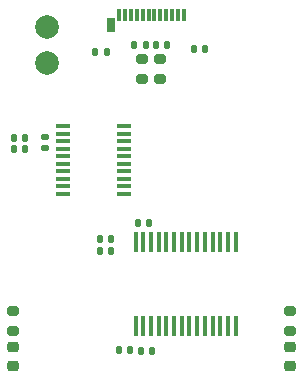
<source format=gbr>
%TF.GenerationSoftware,KiCad,Pcbnew,8.0.1*%
%TF.CreationDate,2024-04-01T09:21:36+11:00*%
%TF.ProjectId,DB9 RS232 Adapter,44423920-5253-4323-9332-204164617074,rev?*%
%TF.SameCoordinates,Original*%
%TF.FileFunction,Paste,Top*%
%TF.FilePolarity,Positive*%
%FSLAX46Y46*%
G04 Gerber Fmt 4.6, Leading zero omitted, Abs format (unit mm)*
G04 Created by KiCad (PCBNEW 8.0.1) date 2024-04-01 09:21:36*
%MOMM*%
%LPD*%
G01*
G04 APERTURE LIST*
G04 Aperture macros list*
%AMRoundRect*
0 Rectangle with rounded corners*
0 $1 Rounding radius*
0 $2 $3 $4 $5 $6 $7 $8 $9 X,Y pos of 4 corners*
0 Add a 4 corners polygon primitive as box body*
4,1,4,$2,$3,$4,$5,$6,$7,$8,$9,$2,$3,0*
0 Add four circle primitives for the rounded corners*
1,1,$1+$1,$2,$3*
1,1,$1+$1,$4,$5*
1,1,$1+$1,$6,$7*
1,1,$1+$1,$8,$9*
0 Add four rect primitives between the rounded corners*
20,1,$1+$1,$2,$3,$4,$5,0*
20,1,$1+$1,$4,$5,$6,$7,0*
20,1,$1+$1,$6,$7,$8,$9,0*
20,1,$1+$1,$8,$9,$2,$3,0*%
G04 Aperture macros list end*
%ADD10R,0.450000X1.800000*%
%ADD11RoundRect,0.218750X0.256250X-0.218750X0.256250X0.218750X-0.256250X0.218750X-0.256250X-0.218750X0*%
%ADD12RoundRect,0.140000X0.170000X-0.140000X0.170000X0.140000X-0.170000X0.140000X-0.170000X-0.140000X0*%
%ADD13RoundRect,0.140000X0.140000X0.170000X-0.140000X0.170000X-0.140000X-0.170000X0.140000X-0.170000X0*%
%ADD14RoundRect,0.200000X-0.275000X0.200000X-0.275000X-0.200000X0.275000X-0.200000X0.275000X0.200000X0*%
%ADD15C,2.000000*%
%ADD16RoundRect,0.140000X-0.140000X-0.170000X0.140000X-0.170000X0.140000X0.170000X-0.140000X0.170000X0*%
%ADD17RoundRect,0.200000X0.275000X-0.200000X0.275000X0.200000X-0.275000X0.200000X-0.275000X-0.200000X0*%
%ADD18RoundRect,0.135000X0.135000X0.185000X-0.135000X0.185000X-0.135000X-0.185000X0.135000X-0.185000X0*%
%ADD19R,0.300000X1.000000*%
%ADD20R,0.700000X1.150000*%
%ADD21R,1.200000X0.400000*%
G04 APERTURE END LIST*
D10*
%TO.C,IC1*%
X239755000Y-93450000D03*
X239105000Y-93450000D03*
X238455000Y-93450000D03*
X237805000Y-93450000D03*
X237155000Y-93450000D03*
X236505000Y-93450000D03*
X235855000Y-93450000D03*
X235205000Y-93450000D03*
X234555000Y-93450000D03*
X233905000Y-93450000D03*
X233255000Y-93450000D03*
X232605000Y-93450000D03*
X231955000Y-93450000D03*
X231305000Y-93450000D03*
X231305000Y-100550000D03*
X231955000Y-100550000D03*
X232605000Y-100550000D03*
X233255000Y-100550000D03*
X233905000Y-100550000D03*
X234555000Y-100550000D03*
X235205000Y-100550000D03*
X235855000Y-100550000D03*
X236505000Y-100550000D03*
X237155000Y-100550000D03*
X237805000Y-100550000D03*
X238455000Y-100550000D03*
X239105000Y-100550000D03*
X239755000Y-100550000D03*
%TD*%
D11*
%TO.C,D2*%
X220907500Y-103937500D03*
X220907500Y-102362500D03*
%TD*%
D12*
%TO.C,C6*%
X223610000Y-85520000D03*
X223610000Y-84560000D03*
%TD*%
D13*
%TO.C,C4*%
X232160000Y-76750000D03*
X231200000Y-76750000D03*
%TD*%
%TO.C,C7*%
X229230000Y-94260000D03*
X228270000Y-94260000D03*
%TD*%
D14*
%TO.C,R3*%
X220900000Y-99325000D03*
X220900000Y-100975000D03*
%TD*%
D15*
%TO.C,TP4*%
X223770000Y-78310000D03*
%TD*%
D14*
%TO.C,R4*%
X233340000Y-78005000D03*
X233340000Y-79655000D03*
%TD*%
D16*
%TO.C,C5*%
X233020000Y-76750000D03*
X233980000Y-76750000D03*
%TD*%
D13*
%TO.C,C8*%
X229230000Y-93210000D03*
X228270000Y-93210000D03*
%TD*%
%TO.C,C9*%
X232680000Y-102670000D03*
X231720000Y-102670000D03*
%TD*%
D17*
%TO.C,R5*%
X231860000Y-79655000D03*
X231860000Y-78005000D03*
%TD*%
D13*
%TO.C,C11*%
X230850000Y-102590000D03*
X229890000Y-102590000D03*
%TD*%
D14*
%TO.C,R2*%
X244400000Y-99325000D03*
X244400000Y-100975000D03*
%TD*%
D18*
%TO.C,R1*%
X228870000Y-77390000D03*
X227850000Y-77390000D03*
%TD*%
D19*
%TO.C,P1*%
X229890000Y-74250000D03*
X230390000Y-74250000D03*
X230890000Y-74250000D03*
X231390000Y-74250000D03*
X231890000Y-74250000D03*
X232390000Y-74250000D03*
X232890000Y-74250000D03*
X233390000Y-74250000D03*
X233890000Y-74250000D03*
X234390000Y-74250000D03*
X234890000Y-74250000D03*
X235390000Y-74250000D03*
D20*
X229220000Y-75090000D03*
%TD*%
D13*
%TO.C,C10*%
X232420000Y-91820000D03*
X231460000Y-91820000D03*
%TD*%
D21*
%TO.C,U1*%
X230332500Y-89377500D03*
X230332500Y-88742500D03*
X230332500Y-88107500D03*
X230332500Y-87472500D03*
X230332500Y-86837500D03*
X230332500Y-86202500D03*
X230332500Y-85567500D03*
X230332500Y-84932500D03*
X230332500Y-84297500D03*
X230332500Y-83662500D03*
X225132500Y-83662500D03*
X225132500Y-84297500D03*
X225132500Y-84932500D03*
X225132500Y-85567500D03*
X225132500Y-86202500D03*
X225132500Y-86837500D03*
X225132500Y-87472500D03*
X225132500Y-88107500D03*
X225132500Y-88742500D03*
X225132500Y-89377500D03*
%TD*%
D16*
%TO.C,C3*%
X236200000Y-77120000D03*
X237160000Y-77120000D03*
%TD*%
D13*
%TO.C,C2*%
X221960000Y-84610000D03*
X221000000Y-84610000D03*
%TD*%
%TO.C,C1*%
X221960000Y-85600000D03*
X221000000Y-85600000D03*
%TD*%
D11*
%TO.C,D1*%
X244390000Y-103937500D03*
X244390000Y-102362500D03*
%TD*%
D15*
%TO.C,TP1*%
X223770000Y-75240000D03*
%TD*%
M02*

</source>
